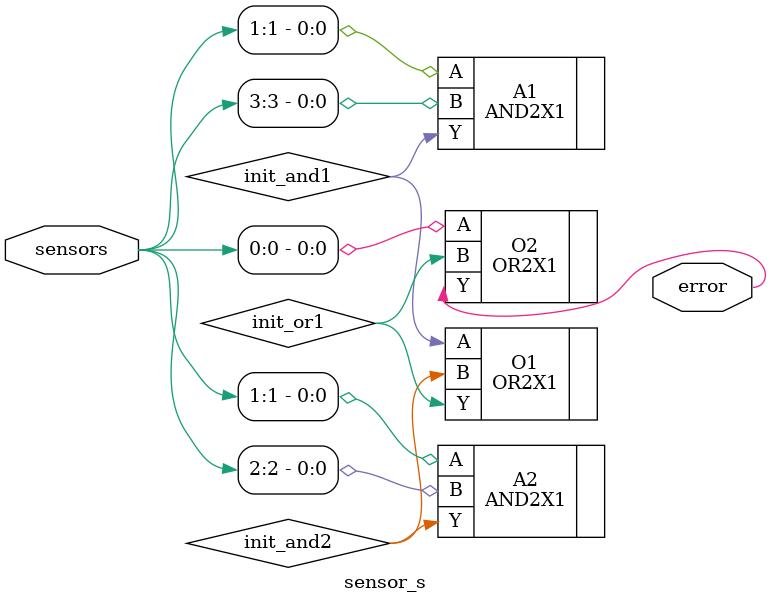
<source format=sv>
module sensor_s(
    input wire [3:0] sensors,
    output wire error
);

    wire init_and1;
    wire init_and2;
    wire init_or1;
    
    AND2X1 A1 (.Y(init_and1), .A(sensors[1]), .B(sensors[3]));
    AND2X1 A2 (.Y(init_and2), .A(sensors[1]), .B(sensors[2]));
    OR2X1 O1 (.Y(init_or1), .A(init_and1), .B(init_and2));
    OR2X1 O2 (.Y(error), .A(sensors[0]), .B(init_or1));

endmodule
</source>
